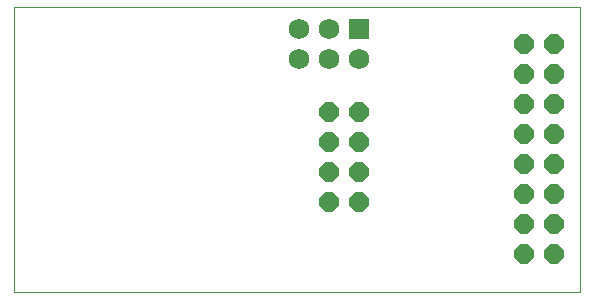
<source format=gbs>
G75*
%MOIN*%
%OFA0B0*%
%FSLAX24Y24*%
%IPPOS*%
%LPD*%
%AMOC8*
5,1,8,0,0,1.08239X$1,22.5*
%
%ADD10C,0.0000*%
%ADD11R,0.0690X0.0690*%
%ADD12C,0.0690*%
%ADD13OC8,0.0640*%
D10*
X000317Y000317D02*
X000317Y009813D01*
X019187Y009813D01*
X019187Y000317D01*
X000317Y000317D01*
D11*
X011817Y009067D03*
D12*
X010817Y009067D03*
X009817Y009067D03*
X009817Y008067D03*
X010817Y008067D03*
X011817Y008067D03*
D13*
X011817Y006317D03*
X010817Y006317D03*
X010817Y005317D03*
X011817Y005317D03*
X011817Y004317D03*
X010817Y004317D03*
X010817Y003317D03*
X011817Y003317D03*
X017317Y003567D03*
X018317Y003567D03*
X018317Y004567D03*
X017317Y004567D03*
X017317Y005567D03*
X018317Y005567D03*
X018317Y006567D03*
X017317Y006567D03*
X017317Y007567D03*
X018317Y007567D03*
X018317Y008567D03*
X017317Y008567D03*
X017317Y002567D03*
X018317Y002567D03*
X018317Y001567D03*
X017317Y001567D03*
M02*

</source>
